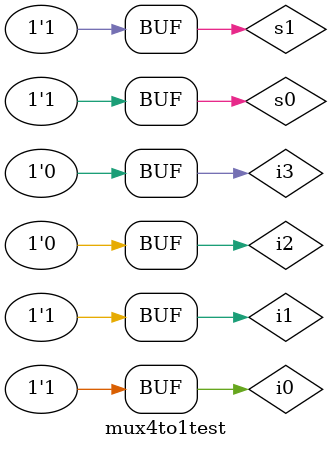
<source format=v>
module mux4to1test;

	// Inputs
	reg i0;
	reg i1;
	reg i2;
	reg i3;
	reg s0;
	reg s1;

	// Outputs
	wire y;

	// Instantiate the Unit Under Test (UUT)
	mux4to1 uut (
		.i0(i0), 
		.i1(i1), 
		.i2(i2), 
		.i3(i3), 
		.s0(s0), 
		.s1(s1), 
		.y(y)
	);

	initial begin
		// Initialize Inputs
		//first set of inputs combinations
		i0 = 1;
		i1 = 0;
		i2 = 1;
		i3 = 0;
		s0 = 0;
		s1 = 0;

		// Wait 100 ns for global reset to finish
		#100;s0 = 1;s1 = 0;
      #100;s0 = 0;s1 = 1;
	   #100;s0 = 1;s1 = 1;	
		// Add stimulus here

     //second set of inputs combinations
	   #100 i0 = 1;
		i1 = 1;
		i2 = 0;
		i3 = 0;
		s0 = 0;
		s1 = 0;
		#100;s0 = 1;s1 = 0;
      #100;s0 = 0;s1 = 1;
	   #100;s0 = 1;s1 = 1;	
	end
      
endmodule


</source>
